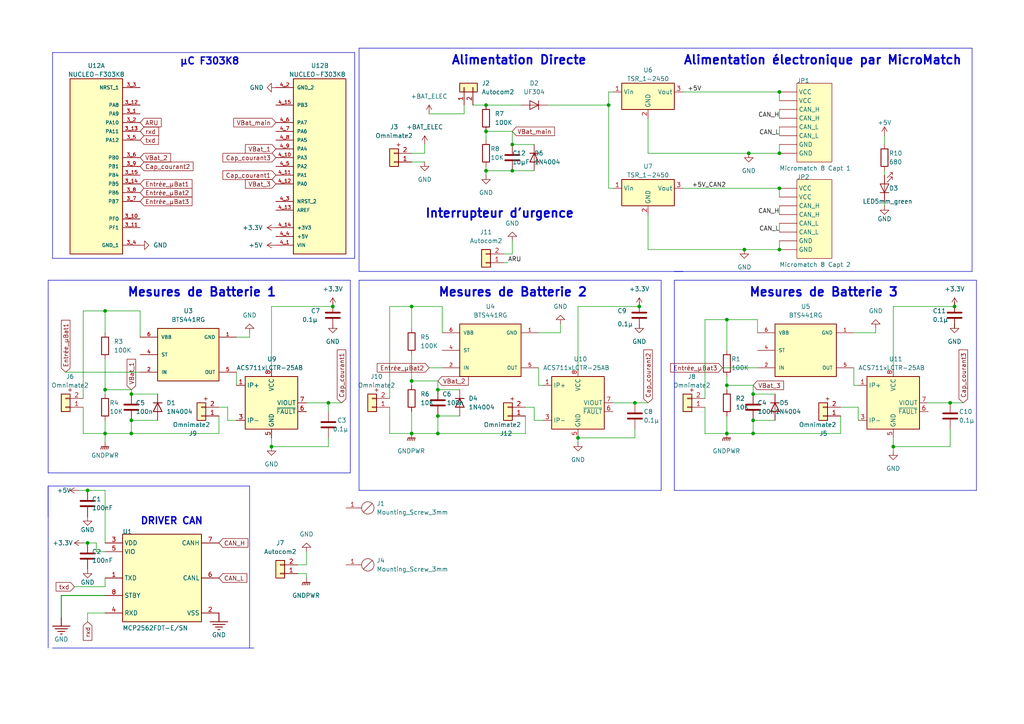
<source format=kicad_sch>
(kicad_sch (version 20230121) (generator eeschema)
  (paper "A4")
  (junction (at 127 125.73))
  (junction (at 30.48 125.73))
  (junction (at 38.1 114.3))
  (junction (at 140.97 38.1))
  (junction (at 119.38 88.9))
  (junction (at 78.74 129.54))
  (junction (at 148.59 41.91))
  (junction (at 25.4 142.24))
  (junction (at 30.48 90.17))
  (junction (at 210.82 92.71))
  (junction (at 140.97 49.53))
  (junction (at 167.64 127))
  (junction (at 218.44 125.73))
  (junction (at 38.1 125.73))
  (junction (at 210.82 125.73))
  (junction (at 176.53 30.48))
  (junction (at 119.38 125.73))
  (junction (at 218.44 121.92))
  (junction (at 215.9 72.39))
  (junction (at 119.38 110.49))
  (junction (at 259.08 129.54))
  (junction (at 184.15 116.84))
  (junction (at 276.86 88.9))
  (junction (at 226.06 26.67))
  (junction (at 275.59 116.84))
  (junction (at 96.52 88.9))
  (junction (at 217.17 44.45))
  (junction (at 210.82 111.76))
  (junction (at 25.4 157.48))
  (junction (at 185.42 88.9))
  (junction (at 226.06 54.61))
  (junction (at 140.97 30.48))
  (junction (at 127 120.65))
  (junction (at 30.48 113.03))
  (junction (at 95.25 116.84))
  (junction (at 127 113.03))
  (junction (at 226.06 72.39))
  (junction (at 218.44 114.3))
  (junction (at 38.1 121.92))
  (junction (at 148.59 49.53))
  (junction (at 226.06 44.45))
  (wire (pts (xy 95.25 119.38) (xy 95.25 116.84)))
  (polyline (pts (xy 13.97 140.97) (xy 13.97 187.96)))
  (wire (pts (xy 167.64 106.68) (xy 167.64 88.9)))
  (wire (pts (xy 210.82 92.71) (xy 210.82 101.6)))
  (wire (pts (xy 151.13 30.48) (xy 140.97 30.48)))
  (wire (pts (xy 127 120.65) (xy 127 125.73)))
  (wire (pts (xy 226.06 26.67) (xy 226.06 29.21)))
  (wire (pts (xy 256.54 39.37) (xy 256.54 41.91)))
  (wire (pts (xy 226.06 31.75) (xy 226.06 34.29)))
  (wire (pts (xy 119.38 46.99) (xy 123.19 46.99)))
  (polyline (pts (xy 13.97 140.97) (xy 13.97 149.86)))
  (wire (pts (xy 30.48 125.73) (xy 38.1 125.73)))
  (wire (pts (xy 38.1 125.73) (xy 63.5 125.73)))
  (wire (pts (xy 119.38 119.38) (xy 119.38 125.73)))
  (wire (pts (xy 119.38 110.49) (xy 119.38 111.76)))
  (wire (pts (xy 30.48 113.03) (xy 30.48 114.3)))
  (wire (pts (xy 124.46 33.02) (xy 134.62 33.02)))
  (wire (pts (xy 226.06 59.69) (xy 226.06 62.23)))
  (wire (pts (xy 210.82 109.22) (xy 210.82 111.76)))
  (wire (pts (xy 95.25 129.54) (xy 95.25 127)))
  (wire (pts (xy 30.48 125.73) (xy 30.48 128.27)))
  (wire (pts (xy 140.97 38.1) (xy 148.59 38.1)))
  (wire (pts (xy 176.53 54.61) (xy 177.8 54.61)))
  (wire (pts (xy 124.46 106.68) (xy 128.27 106.68)))
  (wire (pts (xy 218.44 125.73) (xy 243.84 125.73)))
  (wire (pts (xy 219.71 96.52) (xy 219.71 92.71)))
  (wire (pts (xy 30.48 121.92) (xy 30.48 125.73)))
  (wire (pts (xy 113.03 118.11) (xy 113.03 125.73)))
  (wire (pts (xy 17.78 179.07) (xy 17.78 172.72)) (stroke (width 0.254)))
  (wire (pts (xy 185.42 88.9) (xy 185.42 87.63)))
  (wire (pts (xy 96.52 88.9) (xy 96.52 87.63)))
  (wire (pts (xy 259.08 88.9) (xy 276.86 88.9)))
  (wire (pts (xy 167.64 88.9) (xy 185.42 88.9)))
  (wire (pts (xy 247.65 111.76) (xy 248.92 111.76)))
  (polyline (pts (xy 13.97 81.28) (xy 13.97 137.16)))
  (wire (pts (xy 226.06 54.61) (xy 226.06 57.15)))
  (wire (pts (xy 154.94 49.53) (xy 148.59 49.53)))
  (wire (pts (xy 226.06 64.77) (xy 226.06 67.31)))
  (polyline (pts (xy 72.39 140.97) (xy 13.97 140.97)))
  (wire (pts (xy 30.48 113.03) (xy 38.1 113.03)))
  (wire (pts (xy 184.15 127) (xy 167.64 127)))
  (wire (pts (xy 217.17 44.45) (xy 226.06 44.45)))
  (wire (pts (xy 63.5 120.65) (xy 63.5 125.73)))
  (polyline (pts (xy 104.14 13.97) (xy 104.14 78.74)))
  (wire (pts (xy 148.59 49.53) (xy 140.97 49.53)))
  (wire (pts (xy 276.86 93.98) (xy 276.86 95.25)))
  (wire (pts (xy 215.9 72.39) (xy 226.06 72.39)))
  (wire (pts (xy 154.94 118.11) (xy 154.94 121.92)))
  (wire (pts (xy 123.19 44.45) (xy 123.19 41.91)))
  (wire (pts (xy 30.48 170.18) (xy 30.48 167.64)))
  (wire (pts (xy 148.59 69.85) (xy 148.59 73.66)))
  (wire (pts (xy 133.35 113.03) (xy 127 113.03)))
  (wire (pts (xy 218.44 114.3) (xy 224.79 114.3)))
  (wire (pts (xy 127 125.73) (xy 119.38 125.73)))
  (wire (pts (xy 152.4 120.65) (xy 152.4 125.73)))
  (wire (pts (xy 27.94 160.02) (xy 30.48 160.02)))
  (wire (pts (xy 204.47 92.71) (xy 210.82 92.71)))
  (wire (pts (xy 158.75 30.48) (xy 176.53 30.48)))
  (wire (pts (xy 119.38 110.49) (xy 127 110.49)))
  (polyline (pts (xy 102.87 15.24) (xy 15.24 15.24)))
  (wire (pts (xy 156.21 106.68) (xy 156.21 111.76)))
  (wire (pts (xy 140.97 48.26) (xy 140.97 49.53)))
  (wire (pts (xy 185.42 93.98) (xy 185.42 95.25)))
  (wire (pts (xy 72.39 97.79) (xy 68.58 97.79)))
  (wire (pts (xy 40.64 90.17) (xy 40.64 97.79)))
  (wire (pts (xy 25.4 180.34) (xy 25.4 177.8)))
  (polyline (pts (xy 191.77 81.28) (xy 104.14 81.28)))
  (wire (pts (xy 24.13 157.48) (xy 25.4 157.48)))
  (wire (pts (xy 187.96 62.23) (xy 187.96 72.39)))
  (wire (pts (xy 187.96 116.84) (xy 184.15 116.84)))
  (polyline (pts (xy 15.24 15.24) (xy 15.24 74.93)))
  (wire (pts (xy 128.27 96.52) (xy 128.27 88.9)))
  (wire (pts (xy 72.39 96.52) (xy 72.39 97.79)))
  (wire (pts (xy 27.94 157.48) (xy 27.94 160.02)))
  (wire (pts (xy 226.06 36.83) (xy 226.06 39.37)))
  (wire (pts (xy 78.74 129.54) (xy 78.74 127)))
  (wire (pts (xy 86.36 166.37) (xy 88.9 166.37)))
  (wire (pts (xy 30.48 90.17) (xy 30.48 96.52)))
  (wire (pts (xy 256.54 49.53) (xy 256.54 50.8)))
  (wire (pts (xy 226.06 41.91) (xy 226.06 44.45)))
  (wire (pts (xy 68.58 107.95) (xy 68.58 111.76)))
  (wire (pts (xy 78.74 88.9) (xy 96.52 88.9)))
  (wire (pts (xy 40.64 107.95) (xy 19.05 107.95)))
  (polyline (pts (xy 283.21 81.28) (xy 283.21 142.24)))
  (wire (pts (xy 162.56 96.52) (xy 162.56 93.98)))
  (polyline (pts (xy 281.94 13.97) (xy 190.5 13.97)))
  (polyline (pts (xy 195.58 78.74) (xy 281.94 78.74)))
  (wire (pts (xy 259.08 129.54) (xy 259.08 127)))
  (wire (pts (xy 184.15 124.46) (xy 184.15 127)))
  (polyline (pts (xy 15.24 187.96) (xy 73.66 187.96)))
  (wire (pts (xy 210.82 125.73) (xy 218.44 125.73)))
  (wire (pts (xy 187.96 34.29) (xy 187.96 44.45)))
  (wire (pts (xy 128.27 88.9) (xy 119.38 88.9)))
  (wire (pts (xy 154.94 121.92) (xy 157.48 121.92)))
  (wire (pts (xy 243.84 120.65) (xy 243.84 125.73)))
  (wire (pts (xy 38.1 121.92) (xy 38.1 125.73)))
  (wire (pts (xy 218.44 121.92) (xy 224.79 121.92)))
  (polyline (pts (xy 195.58 81.28) (xy 195.58 142.24)))
  (wire (pts (xy 113.03 88.9) (xy 119.38 88.9)))
  (wire (pts (xy 256.54 59.69) (xy 256.54 58.42)))
  (wire (pts (xy 24.13 125.73) (xy 30.48 125.73)))
  (wire (pts (xy 113.03 125.73) (xy 119.38 125.73)))
  (wire (pts (xy 247.65 106.68) (xy 247.65 111.76)))
  (wire (pts (xy 78.74 129.54) (xy 95.25 129.54)))
  (wire (pts (xy 30.48 104.14) (xy 30.48 113.03)))
  (polyline (pts (xy 198.12 78.74) (xy 104.14 78.74)))
  (wire (pts (xy 219.71 92.71) (xy 210.82 92.71)))
  (wire (pts (xy 88.9 163.83) (xy 88.9 160.02)))
  (polyline (pts (xy 72.39 187.96) (xy 72.39 140.97)))
  (wire (pts (xy 146.05 73.66) (xy 148.59 73.66)))
  (wire (pts (xy 243.84 118.11) (xy 248.92 118.11)))
  (polyline (pts (xy 190.5 13.97) (xy 104.14 13.97)))
  (wire (pts (xy 25.4 157.48) (xy 27.94 157.48)))
  (wire (pts (xy 99.06 116.84) (xy 95.25 116.84)))
  (polyline (pts (xy 102.87 15.24) (xy 102.87 74.93)))
  (wire (pts (xy 210.82 120.65) (xy 210.82 125.73)))
  (wire (pts (xy 156.21 96.52) (xy 162.56 96.52)))
  (wire (pts (xy 226.06 69.85) (xy 226.06 72.39)))
  (wire (pts (xy 204.47 125.73) (xy 210.82 125.73)))
  (wire (pts (xy 127 125.73) (xy 152.4 125.73)))
  (polyline (pts (xy 283.21 142.24) (xy 195.58 142.24)))
  (wire (pts (xy 198.12 26.67) (xy 226.06 26.67)))
  (wire (pts (xy 218.44 121.92) (xy 218.44 125.73)))
  (polyline (pts (xy 191.77 142.24) (xy 104.14 142.24)))
  (wire (pts (xy 156.21 111.76) (xy 157.48 111.76)))
  (polyline (pts (xy 191.77 81.28) (xy 191.77 142.24)))
  (polyline (pts (xy 281.94 78.74) (xy 281.94 13.97)))
  (wire (pts (xy 198.12 54.61) (xy 226.06 54.61)))
  (wire (pts (xy 25.4 142.24) (xy 30.48 142.24)))
  (wire (pts (xy 119.38 44.45) (xy 123.19 44.45)))
  (wire (pts (xy 127 120.65) (xy 133.35 120.65)))
  (wire (pts (xy 140.97 30.48) (xy 137.16 30.48)))
  (wire (pts (xy 38.1 114.3) (xy 45.72 114.3)))
  (wire (pts (xy 276.86 88.9) (xy 276.86 87.63)))
  (wire (pts (xy 209.55 106.68) (xy 219.71 106.68)))
  (wire (pts (xy 254 96.52) (xy 254 95.25)))
  (wire (pts (xy 154.94 41.91) (xy 148.59 41.91)))
  (wire (pts (xy 21.59 170.18) (xy 30.48 170.18)))
  (wire (pts (xy 279.4 116.84) (xy 275.59 116.84)))
  (polyline (pts (xy 101.6 137.16) (xy 13.97 137.16)))
  (wire (pts (xy 275.59 129.54) (xy 259.08 129.54)))
  (wire (pts (xy 119.38 102.87) (xy 119.38 110.49)))
  (wire (pts (xy 152.4 118.11) (xy 154.94 118.11)))
  (wire (pts (xy 176.53 26.67) (xy 177.8 26.67)))
  (wire (pts (xy 63.5 118.11) (xy 66.04 118.11)))
  (polyline (pts (xy 283.21 81.28) (xy 195.58 81.28)))
  (wire (pts (xy 204.47 115.57) (xy 204.47 92.71)))
  (wire (pts (xy 22.86 142.24) (xy 25.4 142.24)))
  (wire (pts (xy 176.53 30.48) (xy 176.53 54.61)))
  (wire (pts (xy 24.13 118.11) (xy 24.13 125.73)))
  (wire (pts (xy 147.32 76.2) (xy 146.05 76.2)))
  (wire (pts (xy 95.25 116.84) (xy 88.9 116.84)))
  (wire (pts (xy 25.4 177.8) (xy 30.48 177.8)))
  (polyline (pts (xy 104.14 81.28) (xy 104.14 142.24)))
  (wire (pts (xy 134.62 30.48) (xy 134.62 33.02)))
  (wire (pts (xy 66.04 118.11) (xy 66.04 121.92)))
  (wire (pts (xy 113.03 88.9) (xy 113.03 115.57)))
  (wire (pts (xy 30.48 142.24) (xy 30.48 157.48)))
  (wire (pts (xy 140.97 38.1) (xy 140.97 40.64)))
  (polyline (pts (xy 102.87 74.93) (xy 15.24 74.93)))
  (wire (pts (xy 275.59 116.84) (xy 269.24 116.84)))
  (wire (pts (xy 204.47 118.11) (xy 204.47 125.73)))
  (wire (pts (xy 119.38 88.9) (xy 119.38 95.25)))
  (wire (pts (xy 24.13 90.17) (xy 30.48 90.17)))
  (wire (pts (xy 210.82 111.76) (xy 210.82 113.03)))
  (wire (pts (xy 24.13 115.57) (xy 24.13 90.17)))
  (wire (pts (xy 259.08 130.81) (xy 259.08 129.54)))
  (wire (pts (xy 38.1 113.03) (xy 38.1 114.3)))
  (wire (pts (xy 210.82 111.76) (xy 218.44 111.76)))
  (wire (pts (xy 176.53 30.48) (xy 176.53 26.67)))
  (wire (pts (xy 30.48 90.17) (xy 40.64 90.17)))
  (wire (pts (xy 275.59 124.46) (xy 275.59 129.54)))
  (wire (pts (xy 38.1 121.92) (xy 45.72 121.92)))
  (wire (pts (xy 167.64 128.27) (xy 167.64 127)))
  (wire (pts (xy 17.78 172.72) (xy 30.48 172.72)) (stroke (width 0.254)))
  (wire (pts (xy 184.15 116.84) (xy 177.8 116.84)))
  (wire (pts (xy 86.36 163.83) (xy 88.9 163.83)))
  (polyline (pts (xy 101.6 81.28) (xy 101.6 137.16)))
  (wire (pts (xy 259.08 106.68) (xy 259.08 88.9)))
  (wire (pts (xy 88.9 166.37) (xy 88.9 167.64)))
  (wire (pts (xy 218.44 111.76) (xy 218.44 114.3)))
  (polyline (pts (xy 101.6 81.28) (xy 13.97 81.28)))
  (wire (pts (xy 187.96 72.39) (xy 215.9 72.39)))
  (wire (pts (xy 127 110.49) (xy 127 113.03)))
  (wire (pts (xy 254 96.52) (xy 247.65 96.52)))
  (wire (pts (xy 140.97 49.53) (xy 140.97 50.8)))
  (wire (pts (xy 148.59 38.1) (xy 148.59 41.91)))
  (wire (pts (xy 248.92 118.11) (xy 248.92 121.92)))
  (wire (pts (xy 96.52 93.98) (xy 96.52 95.25)))
  (wire (pts (xy 78.74 106.68) (xy 78.74 88.9)))
  (wire (pts (xy 187.96 44.45) (xy 217.17 44.45)))
  (wire (pts (xy 66.04 121.92) (xy 68.58 121.92)))
  (text "DRIVER CAN\n" (at 40.64 152.4 0) (effects (font (size 2 2) (thickness 0.4) bold) (justify left bottom)))
  (text "Interrupteur d'urgence" (at 123.19 63.5 0) (effects (font (size 2.54 2.54) (thickness 0.508) bold) (justify left bottom)))
  (text "Mesures de Batterie 2" (at 127 86.36 0) (effects (font (size 2.54 2.54) (thickness 0.508) bold) (justify left bottom)))
  (text "Mesures de Batterie 3" (at 217.17 86.36 0) (effects (font (size 2.54 2.54) (thickness 0.508) bold) (justify left bottom)))
  (text "Mesures de Batterie 1" (at 36.83 86.36 0) (effects (font (size 2.54 2.54) (thickness 0.508) bold) (justify left bottom)))
  (text "µC F303K8\n" (at 52.07 19.05 0) (effects (font (size 2 2) (thickness 0.4) bold) (justify left bottom)))
  (text "Alimentation Directe" (at 130.81 19.05 0) (effects (font (size 2.54 2.54) (thickness 0.508) bold) (justify left bottom)))
  (text "Alimentation électronique par MicroMatch" (at 198.12 19.05 0) (effects (font (size 2.54 2.54) (thickness 0.508) bold) (justify left bottom)))
  (label "CAN_L" (at 226.06 67.31 180))
  (label "CAN_H" (at 226.06 62.23 180))
  (label "ARU" (at 147.32 76.2 0))
  (label "+5V_CAN2" (at 200.66 54.61 0))
  (label "CAN_L" (at 226.06 39.37 180))
  (label "CAN_H" (at 226.06 34.29 180))
  (label "+5V" (at 199.39 26.67 0))
  (global_label "txd" (shape input) (at 21.59 170.18 180) (property "Intersheetrefs" "${INTERSHEET_REFS}" (effects hide)))
  (global_label "Cap_courant2" (shape input) (at 187.96 116.84 90) (property "Intersheetrefs" "${INTERSHEET_REFS}" (effects hide)))
  (global_label "Entrée_µBat1" (shape input) (at 19.05 107.95 90) (property "Intersheetrefs" "${INTERSHEET_REFS}" (effects hide)))
  (global_label "Cap_courant3" (shape input) (at 279.4 116.84 90) (property "Intersheetrefs" "${INTERSHEET_REFS}" (effects hide)))
  (global_label "CAN_H" (shape input) (at 63.5 157.48 0) (property "Intersheetrefs" "${INTERSHEET_REFS}" (effects hide)))
  (global_label "ARU" (shape input) (at 40.64 35.56 0) (property "Intersheetrefs" "${INTERSHEET_REFS}" (effects hide)))
  (global_label "VBat_1" (shape input) (at 80.01 43.18 180) (property "Intersheetrefs" "${INTERSHEET_REFS}" (effects hide)))
  (global_label "VBat_main" (shape input) (at 80.01 35.56 180) (property "Intersheetrefs" "${INTERSHEET_REFS}" (effects hide)))
  (global_label "Entrée_µBat3" (shape input) (at 209.55 106.68 180) (property "Intersheetrefs" "${INTERSHEET_REFS}" (effects hide)))
  (global_label "Cap_courant1" (shape input) (at 80.01 50.8 180) (property "Intersheetrefs" "${INTERSHEET_REFS}" (effects hide)))
  (global_label "VBat_2" (shape input) (at 40.64 45.72 0) (property "Intersheetrefs" "${INTERSHEET_REFS}" (effects hide)))
  (global_label "Cap_courant3" (shape input) (at 80.01 45.72 180) (property "Intersheetrefs" "${INTERSHEET_REFS}" (effects hide)))
  (global_label "VBat_1" (shape input) (at 38.1 113.03 90) (property "Intersheetrefs" "${INTERSHEET_REFS}" (effects hide)))
  (global_label "VBat_main" (shape input) (at 148.59 38.1 0) (property "Intersheetrefs" "${INTERSHEET_REFS}" (effects hide)))
  (global_label "CAN_L" (shape input) (at 63.5 167.64 0) (property "Intersheetrefs" "${INTERSHEET_REFS}" (effects hide)))
  (global_label "VBat_2" (shape input) (at 127 110.49 0) (property "Intersheetrefs" "${INTERSHEET_REFS}" (effects hide)))
  (global_label "VBat_3" (shape input) (at 80.01 53.34 180) (property "Intersheetrefs" "${INTERSHEET_REFS}" (effects hide)))
  (global_label "Entrée_µBat1" (shape input) (at 40.64 53.34 0) (property "Intersheetrefs" "${INTERSHEET_REFS}" (effects hide)))
  (global_label "Entrée_µBat3" (shape input) (at 40.64 58.42 0) (property "Intersheetrefs" "${INTERSHEET_REFS}" (effects hide)))
  (global_label "rxd" (shape input) (at 25.4 180.34 270) (property "Intersheetrefs" "${INTERSHEET_REFS}" (effects hide)))
  (global_label "Entrée_µBat2" (shape input) (at 40.64 55.88 0) (property "Intersheetrefs" "${INTERSHEET_REFS}" (effects hide)))
  (global_label "VBat_3" (shape input) (at 218.44 111.76 0) (property "Intersheetrefs" "${INTERSHEET_REFS}" (effects hide)))
  (global_label "Entrée_µBat2" (shape input) (at 124.46 106.68 180) (property "Intersheetrefs" "${INTERSHEET_REFS}" (effects hide)))
  (global_label "Cap_courant2" (shape input) (at 40.64 48.26 0) (property "Intersheetrefs" "${INTERSHEET_REFS}" (effects hide)))
  (global_label "Cap_courant1" (shape input) (at 99.06 116.84 90) (property "Intersheetrefs" "${INTERSHEET_REFS}" (effects hide)))
  (global_label "txd" (shape input) (at 40.64 40.64 0) (property "Intersheetrefs" "${INTERSHEET_REFS}" (effects hide)))
  (global_label "rxd" (shape input) (at 40.64 38.1 0) (property "Intersheetrefs" "${INTERSHEET_REFS}" (effects hide)))
  (symbol (lib_id "power:+3.3V") (at 96.52 88.9 0) (unit 1)
    (property "Reference" "#PWR0123" (effects hide))
    (property "Value" "+3.3V" (at 96.52 83.82 0))
  )
  (symbol (lib_id "SymbGamelGe2_v6:Mounting_Screw_3mm") (at 105.41 163.83 0) (unit 1)
    (property "Reference" "J4" (at 109.22 162.5599 0) (effects (justify left)))
    (property "Value" "Mounting_Screw_3mm" (at 109.22 165.0999 0) (effects (justify left)))
    (property "Footprint" "FootprintGamelGe2_v6:Mounting_Screw_3mm" (effects hide))
  )
  (symbol (lib_id "WifiCAN-altium-import:0_Conn. - CAN") (at 226.06 29.21 0) (unit 1)
    (property "Reference" "JP1" (at 231.14 24.13 0) (effects (justify left bottom)))
    (property "Value" "Micromatch 8 Capt 1" (at 226.06 49.53 0) (effects (justify left bottom)))
    (property "Footprint" "MM 8 CMS F" (effects hide))
    (property "COMPONENTLINK1URL" "http://www.tycoelectronics.com/commerce/DocumentDelivery/DDEController?Action=srchrtrv&DocNm=215083&DocType=Customer+Drawing&DocLang=English" (effects hide))
    (property "COMPONENTLINK1DESCRIPTION" "Datasheet" (effects hide))
    (property "SUPPLIER 1" "Farnell" (effects hide))
    (property "SUPPLIER PART NUMBER 1" "3784733" (effects hide))
    (property "MANUFACTURER" "TE CONNECTIVITY / AMP" (effects hide))
    (property "MANUFACTURER PART NUMBER" "7-188275-8" (effects hide))
    (property "ROHS" "YES" (effects hide))
    (property "STOCK 1" "13392" (effects hide))
    (property "PRICING 1" "10=0,92, 250=0,72, 900=0,64 (EUR)" (effects hide))
    (property "SÉRIE" "Micro-MaTch" (effects hide))
    (property "PAS" "1.27" (effects hide))
    (property "NOMBRE DE RANGÉES" "1" (effects hide))
    (property "NOMBRE DE CONTACTS" "8" (effects hide))
    (property "GENRE" "Embase" (effects hide))
    (property "TERMINAISON DU CONTACT" "Montage en surface vertical" (effects hide))
    (property "PLAQUAGE DU CONTACT" "Tin" (effects hide))
    (property "MATÉRIAU DU CONTACT" "Bronze phosphoreux" (effects hide))
    (property "CONNECTOR TYPE" "Board to Board" (effects hide))
    (property "COURANT DE CONTACT" "1.5" (effects hide))
    (property "MATIÈRE, CONTACT" "Bronze phosphoreux" (effects hide))
    (property "MÉTHODE DE TERMINAISON" "Solder" (effects hide))
    (property "NOMBRE DE PÂLES" "8" (effects hide))
    (property "NOMBRE DE VOIES" "8" (effects hide))
    (property "NUMÉRO AWG MAX.." "28" (effects hide))
    (property "PLAQUAGE CONTACT" "Etain / Plomb" (effects hide))
    (property "RÉSISTANCE, CONTACT" "50" (effects hide))
    (property "TEMPÉRATURE DE FONCTIONNEMENT MAX.." "105" (effects hide))
    (property "TEMPÉRATURE D'UTILISATION MIN" "-40" (effects hide))
    (property "TENSION C.A." "230" (effects hide))
    (property "TYPE DE BOITIER" "Polyester chargé verre" (effects hide))
    (property "TYPE DE CONNECTEUR" "Carte-à-carte" (effects hide))
    (property "COMPONENTLINK2URL" "http://www.tycoelectronics.com/commerce/DocumentDelivery/DDEController?Action=srchrtrv&DocNm=7-188275-8&DocType=Customer+View+Model&DocLang=English" (effects hide))
    (property "COMPONENTLINK2DESCRIPTION" "http://www.tycoelectronics.com/commerce/DocumentDelivery/DDEController?Action=srchrtrv&DocNm=7-188275-8&DocType=Customer+View+Model&DocLang=English" (effects hide))
    (property "COMPONENTLINK3URL" "http://www.farnell.com/datasheets/102135.pdf" (effects hide))
    (property "COMPONENTLINK3DESCRIPTION" "http://www.farnell.com/datasheets/102135.pdf" (effects hide))
  )
  (symbol (lib_id "SymbGamelGe2_v6:UF304") (at 154.94 30.48 180) (unit 1)
    (property "Reference" "D2" (at 154.94 24.13 0))
    (property "Value" "UF304" (at 154.94 26.67 0))
    (property "Footprint" "FootprintGamelGe2_v6:D_DO-201AD_P15.24mm_Horizontal" (effects hide))
    (property "Datasheet" "https://www.vishay.com/docs/88756/uf5400.pdf" (effects hide))
  )
  (symbol (lib_id "power:+3.3V") (at 276.86 88.9 0) (unit 1)
    (property "Reference" "#PWR0132" (effects hide))
    (property "Value" "+3.3V" (at 276.86 83.82 0))
  )
  (symbol (lib_id "power:GND") (at 217.17 44.45 0) (unit 1)
    (property "Reference" "#PWR0114" (effects hide))
    (property "Value" "GND" (at 217.17 49.53 0))
  )
  (symbol (lib_id "SymbGamelGe2_v6:Autocom2") (at 140.97 76.2 180) (unit 1)
    (property "Reference" "J11" (at 140.97 67.31 0))
    (property "Value" "Autocom2" (at 140.97 69.85 0))
    (property "Footprint" "FootprintGamelGe2_v6:Autocom2" (effects hide))
  )
  (symbol (lib_id "SymbGamelGe2_v6:R") (at 210.82 116.84 0) (unit 1)
    (property "Reference" "R2" (at 213.36 115.57 0) (effects (justify left)))
    (property "Value" "10K" (at 213.36 118.11 0) (effects (justify left)))
    (property "Footprint" "Resistor_SMD:R_1206_3216Metric" (effects hide))
  )
  (symbol (lib_id "power:GNDPWR") (at 88.9 167.64 0) (unit 1)
    (property "Reference" "#PWR0126" (effects hide))
    (property "Value" "GNDPWR" (at 88.773 172.72 0))
  )
  (symbol (lib_id "power:+5V") (at 80.01 71.12 90) (unit 1)
    (property "Reference" "#PWR0106" (effects hide))
    (property "Value" "+5V" (at 76.2 71.1199 90) (effects (justify left)))
  )
  (symbol (lib_id "SymbGamelGe2_v6:LED5mm_green") (at 256.54 54.61 90) (unit 1)
    (property "Reference" "D3" (at 257.81 54.61 90) (effects (justify right)))
    (property "Value" "LED5mm_green" (at 250.19 58.42 90) (effects (justify right)))
    (property "Footprint" "FootprintGamelGe2_v6:LED_D5.0mm_green" (effects hide))
  )
  (symbol (lib_id "power:+3.3V") (at 24.13 157.48 90) (unit 1)
    (property "Reference" "#PWR02" (effects hide))
    (property "Value" "+3.3V" (at 15.24 157.48 90) (effects (justify right)))
  )
  (symbol (lib_id "SymbGamelGe2_v6:R") (at 30.48 118.11 0) (unit 1)
    (property "Reference" "R4" (at 31.75 116.84 0) (effects (justify left)))
    (property "Value" "10K" (at 31.75 119.38 0) (effects (justify left)))
    (property "Footprint" "Resistor_SMD:R_1206_3216Metric" (effects hide))
  )
  (symbol (lib_name "GND_2") (lib_id "power:GND") (at 148.59 69.85 180) (unit 1)
    (property "Reference" "#PWR09" (effects hide))
    (property "Value" "GND" (at 148.59 64.77 0))
  )
  (symbol (lib_id "Sensor_Current:ACS711xLCTR-25AB") (at 259.08 116.84 0) (unit 1)
    (property "Reference" "U11" (at 257.81 104.14 0) (effects (justify left)))
    (property "Value" "ACS711xLCTR-25AB" (at 248.92 106.68 0) (effects (justify left)))
    (property "Footprint" "Package_SO:SOIC-8_3.9x4.9mm_P1.27mm" (effects hide))
    (property "Datasheet" "http://www.allegromicro.com/~/Media/Files/Datasheets/ACS711-Datasheet.ashx" (effects hide))
  )
  (symbol (lib_id "SymbGamelGe2_v6:R") (at 256.54 45.72 0) (unit 1)
    (property "Reference" "R10" (at 257.81 44.45 0) (effects (justify left)))
    (property "Value" "680" (at 257.81 46.99 0) (effects (justify left)))
    (property "Footprint" "Resistor_SMD:R_1206_3216Metric" (effects hide))
  )
  (symbol (lib_name "GND_1") (lib_id "power:GND") (at 25.4 149.86 0) (unit 1)
    (property "Reference" "#PWR07" (effects hide))
    (property "Value" "GND" (at 25.4 153.67 0))
  )
  (symbol (lib_id "NUCLEO-F303K8:NUCLEO-F303K8") (at 92.71 48.26 180) (unit 2)
    (property "Reference" "U12" (at 90.17 19.05 0) (effects (justify right)))
    (property "Value" "NUCLEO-F303K8" (at 83.82 21.59 0) (effects (justify right)))
    (property "Footprint" "NUCLEO-F303K8:MODULE_NUCLEO-F303K8" (effects hide))
    (property "MF" "STMicroelectronics" (effects hide))
    (property "MAXIMUM_PACKAGE_HEIGHT" "N/A" (effects hide))
    (property "Package" "None" (effects hide))
    (property "Price" "None" (effects hide))
    (property "Check_prices" "https://www.snapeda.com/parts/NUCLEO-F303K8/STMicroelectronics/view-part/?ref=eda" (effects hide))
    (property "STANDARD" "Manufacturer Recommendations" (effects hide))
    (property "PARTREV" "5" (effects hide))
    (property "SnapEDA_Link" "https://www.snapeda.com/parts/NUCLEO-F303K8/STMicroelectronics/view-part/?ref=snap" (effects hide))
    (property "MP" "NUCLEO-F303K8" (effects hide))
    (property "Purchase-URL" "https://www.snapeda.com/api/url_track_click_mouser/?unipart_id=276791&manufacturer=STMicroelectronics&part_name=NUCLEO-F303K8&search_term=nucleo" (effects hide))
    (property "Description" "\nSTM32F303K8, mbed-Enabled Development Nucleo-32 STM32F3 ARM® Cortex®-M4 MCU 32-Bit Embedded Evaluation Board\n" (effects hide))
    (property "SNAPEDA_PN" "NUCLEO-F303K8" (effects hide))
    (property "Availability" "In Stock" (effects hide))
    (property "MANUFACTURER" "STMicroelectronics" (effects hide))
  )
  (symbol (lib_id "SymbGamelGe2_v6:R") (at 30.48 100.33 0) (unit 1)
    (property "Reference" "R3" (at 33.02 99.06 0) (effects (justify left)))
    (property "Value" "100K" (at 33.02 101.6 0) (effects (justify left)))
    (property "Footprint" "Resistor_SMD:R_1206_3216Metric" (effects hide))
  )
  (symbol (lib_id "power:GND") (at 123.19 46.99 0) (unit 1)
    (property "Reference" "#PWR0110" (effects hide))
    (property "Value" "GND" (at 123.19 52.07 0))
  )
  (symbol (lib_id "Regulator_Switching:TSR_1-2450") (at 187.96 29.21 0) (unit 1)
    (property "Reference" "U6" (at 187.96 20.32 0))
    (property "Value" "TSR_1-2450" (at 187.96 22.86 0))
    (property "Footprint" "Converter_DCDC:Converter_DCDC_TRACO_TSR-1_THT" (effects hide))
    (property "Datasheet" "http://www.tracopower.com/products/tsr1.pdf" (effects hide))
  )
  (symbol (lib_id "power:GND") (at 88.9 160.02 180) (unit 1)
    (property "Reference" "#PWR0113" (effects hide))
    (property "Value" "GND" (at 88.9 154.94 0))
  )
  (symbol (lib_id "SymbGamelGe2_v6:R") (at 210.82 105.41 0) (unit 1)
    (property "Reference" "R1" (at 212.09 104.14 0) (effects (justify left)))
    (property "Value" "100K" (at 212.09 106.68 0) (effects (justify left)))
    (property "Footprint" "Resistor_SMD:R_1206_3216Metric" (effects hide))
  )
  (symbol (lib_id "SymbGamelGe2_v6:R") (at 119.38 99.06 0) (unit 1)
    (property "Reference" "R5" (at 121.92 97.79 0) (effects (justify left)))
    (property "Value" "100K" (at 121.92 100.33 0) (effects (justify left)))
    (property "Footprint" "Resistor_SMD:R_1206_3216Metric" (effects hide))
  )
  (symbol (lib_name "GND_1") (lib_id "power:GND") (at 25.4 165.1 0) (unit 1)
    (property "Reference" "#PWR08" (effects hide))
    (property "Value" "GND" (at 25.4 168.91 0))
  )
  (symbol (lib_id "power:GND") (at 254 95.25 180) (unit 1)
    (property "Reference" "#PWR0118" (effects hide))
    (property "Value" "GND" (at 254 90.17 0))
  )
  (symbol (lib_id "BTS441RG:BTS441RG") (at 133.35 93.98 0) (unit 1)
    (property "Reference" "U4" (at 142.24 88.9 0))
    (property "Value" "BTS441RG" (at 142.24 91.44 0))
    (property "Footprint" "BTS441RG:TO170P1500X450-6_5N" (effects hide))
    (property "MF" "Infineon Technologies" (effects hide))
    (property "Description" "\nPower Switch/Driver 1:1 N-Channel 17A PG-TO263-5-2\n" (effects hide))
    (property "Package" "TO-263-5 Infineon" (effects hide))
    (property "Price" "None" (effects hide))
    (property "SnapEDA_Link" "https://www.snapeda.com/parts/BTS441RG/Infineon+Technologies/view-part/?ref=snap" (effects hide))
    (property "MP" "BTS441RG" (effects hide))
    (property "Purchase-URL" "https://www.snapeda.com/api/url_track_click_mouser/?unipart_id=292614&manufacturer=Infineon Technologies&part_name=BTS441RG&search_term=bts441" (effects hide))
    (property "Availability" "In Stock" (effects hide))
    (property "Check_prices" "https://www.snapeda.com/parts/BTS441RG/Infineon+Technologies/view-part/?ref=eda" (effects hide))
  )
  (symbol (lib_id "power:+BATT") (at 124.46 33.02 0) (unit 1)
    (property "Reference" "#PWR06" (effects hide))
    (property "Value" "+BAT_ELEC" (at 124.46 27.94 0))
  )
  (symbol (lib_id "SymbGamelGe2_v6:C") (at 148.59 45.72 0) (unit 1)
    (property "Reference" "C12" (at 148.59 44.45 0) (effects (justify left)))
    (property "Value" "10µF" (at 148.59 46.99 0) (effects (justify left)))
    (property "Footprint" "Capacitor_SMD:C_1206_3216Metric" (effects hide))
  )
  (symbol (lib_id "SymbGamelGe2_v6:C") (at 38.1 118.11 0) (unit 1)
    (property "Reference" "C5" (at 39.37 116.84 0) (effects (justify left)))
    (property "Value" "100n" (at 39.37 119.38 0) (effects (justify left)))
    (property "Footprint" "Capacitor_SMD:C_1206_3216Metric" (effects hide))
  )
  (symbol (lib_id "SymbGamelGe2_v6:Omnimate2") (at 107.95 115.57 0) (unit 1)
    (property "Reference" "J10" (at 109.22 109.22 0))
    (property "Value" "Omnimate2" (at 109.22 111.76 0))
    (property "Footprint" "FootprintGamelGe2_v6:OmnimateSL-5,08_1x02_P5.08mm_Vertical" (effects hide))
  )
  (symbol (lib_id "SymbGamelGe2_v6:C") (at 185.42 91.44 0) (unit 1)
    (property "Reference" "C9" (at 179.07 90.17 0) (effects (justify left)))
    (property "Value" "0.1µ" (at 179.07 93.98 0) (effects (justify left)))
    (property "Footprint" "Capacitor_SMD:C_1206_3216Metric" (effects hide))
  )
  (symbol (lib_id "SymbGamelGe2_v6:C") (at 218.44 118.11 0) (unit 1)
    (property "Reference" "C4" (at 219.71 116.84 0) (effects (justify left)))
    (property "Value" "100n" (at 219.71 119.38 0) (effects (justify left)))
    (property "Footprint" "Capacitor_SMD:C_1206_3216Metric" (effects hide))
  )
  (symbol (lib_id "SymbGamelGe2_v6:Autocom2") (at 81.28 166.37 180) (unit 1)
    (property "Reference" "J7" (at 81.28 157.48 0))
    (property "Value" "Autocom2" (at 81.28 160.02 0))
    (property "Footprint" "FootprintGamelGe2_v6:Autocom2" (effects hide))
  )
  (symbol (lib_id "Diode:1N4004") (at 224.79 118.11 270) (unit 1)
    (property "Reference" "D5" (at 226.06 116.84 90) (effects (justify left)))
    (property "Value" "1N4004" (at 224.79 119.38 90) (effects (justify left)))
    (property "Footprint" "Diode_SMD:D_1206_3216Metric" (effects hide))
    (property "Datasheet" "http://www.vishay.com/docs/88503/1n4001.pdf" (effects hide))
    (property "Sim.Device" "D" (effects hide))
    (property "Sim.Pins" "1=K 2=A" (effects hide))
  )
  (symbol (lib_id "power:GND") (at 96.52 93.98 0) (unit 1)
    (property "Reference" "#PWR0119" (effects hide))
    (property "Value" "GND" (at 96.52 99.06 0))
  )
  (symbol (lib_id "BTS441RG:BTS441RG") (at 45.72 95.25 0) (unit 1)
    (property "Reference" "U3" (at 54.61 90.17 0))
    (property "Value" "BTS441RG" (at 54.61 92.71 0))
    (property "Footprint" "BTS441RG:TO170P1500X450-6_5N" (effects hide))
    (property "MF" "Infineon Technologies" (effects hide))
    (property "Description" "\nPower Switch/Driver 1:1 N-Channel 17A PG-TO263-5-2\n" (effects hide))
    (property "Package" "TO-263-5 Infineon" (effects hide))
    (property "Price" "None" (effects hide))
    (property "SnapEDA_Link" "https://www.snapeda.com/parts/BTS441RG/Infineon+Technologies/view-part/?ref=snap" (effects hide))
    (property "MP" "BTS441RG" (effects hide))
    (property "Purchase-URL" "https://www.snapeda.com/api/url_track_click_mouser/?unipart_id=292614&manufacturer=Infineon Technologies&part_name=BTS441RG&search_term=bts441" (effects hide))
    (property "Availability" "In Stock" (effects hide))
    (property "Check_prices" "https://www.snapeda.com/parts/BTS441RG/Infineon+Technologies/view-part/?ref=eda" (effects hide))
  )
  (symbol (lib_id "power:+3.3V") (at 80.01 66.04 90) (unit 1)
    (property "Reference" "#PWR0140" (effects hide))
    (property "Value" "+3.3V" (at 76.2 66.0399 90) (effects (justify left)))
  )
  (symbol (lib_id "SymbGamelGe2_v6:Omnimate2") (at 147.32 118.11 0) (unit 1)
    (property "Reference" "J12" (at 148.59 125.73 0) (effects (justify right)))
    (property "Value" "Omnimate2" (at 151.13 123.19 0) (effects (justify right)))
    (property "Footprint" "FootprintGamelGe2_v6:OmnimateSL-5,08_1x02_P5.08mm_Vertical" (effects hide))
  )
  (symbol (lib_id "WifiCAN-altium-import:0_Conn. - CAN") (at 226.06 57.15 0) (unit 1)
    (property "Reference" "JP2" (at 231.14 52.07 0) (effects (justify left bottom)))
    (property "Value" "Micromatch 8 Capt 2" (at 226.06 77.47 0) (effects (justify left bottom)))
    (property "Footprint" "MM 8 CMS F" (effects hide))
    (property "COMPONENTLINK1URL" "http://www.tycoelectronics.com/commerce/DocumentDelivery/DDEController?Action=srchrtrv&DocNm=215083&DocType=Customer+Drawing&DocLang=English" (effects hide))
    (property "COMPONENTLINK1DESCRIPTION" "Datasheet" (effects hide))
    (property "SUPPLIER 1" "Farnell" (effects hide))
    (property "SUPPLIER PART NUMBER 1" "3784733" (effects hide))
    (property "MANUFACTURER" "TE CONNECTIVITY / AMP" (effects hide))
    (property "MANUFACTURER PART NUMBER" "7-188275-8" (effects hide))
    (property "ROHS" "YES" (effects hide))
    (property "STOCK 1" "13392" (effects hide))
    (property "PRICING 1" "10=0,92, 250=0,72, 900=0,64 (EUR)" (effects hide))
    (property "SÉRIE" "Micro-MaTch" (effects hide))
    (property "PAS" "1.27" (effects hide))
    (property "NOMBRE DE RANGÉES" "1" (effects hide))
    (property "NOMBRE DE CONTACTS" "8" (effects hide))
    (property "GENRE" "Embase" (effects hide))
    (property "TERMINAISON DU CONTACT" "Montage en surface vertical" (effects hide))
    (property "PLAQUAGE DU CONTACT" "Tin" (effects hide))
    (property "MATÉRIAU DU CONTACT" "Bronze phosphoreux" (effects hide))
    (property "CONNECTOR TYPE" "Board to Board" (effects hide))
    (property "COURANT DE CONTACT" "1.5" (effects hide))
    (property "MATIÈRE, CONTACT" "Bronze phosphoreux" (effects hide))
    (property "MÉTHODE DE TERMINAISON" "Solder" (effects hide))
    (property "NOMBRE DE PÂLES" "8" (effects hide))
    (property "NOMBRE DE VOIES" "8" (effects hide))
    (property "NUMÉRO AWG MAX.." "28" (effects hide))
    (property "PLAQUAGE CONTACT" "Etain / Plomb" (effects hide))
    (property "RÉSISTANCE, CONTACT" "50" (effects hide))
    (property "TEMPÉRATURE DE FONCTIONNEMENT MAX.." "105" (effects hide))
    (property "TEMPÉRATURE D'UTILISATION MIN" "-40" (effects hide))
    (property "TENSION C.A." "230" (effects hide))
    (property "TYPE DE BOITIER" "Polyester chargé verre" (effects hide))
    (property "TYPE DE CONNECTEUR" "Carte-à-carte" (effects hide))
    (property "COMPONENTLINK2URL" "http://www.tycoelectronics.com/commerce/DocumentDelivery/DDEController?Action=srchrtrv&DocNm=7-188275-8&DocType=Customer+View+Model&DocLang=English" (effects hide))
    (property "COMPONENTLINK2DESCRIPTION" "http://www.tycoelectronics.com/commerce/DocumentDelivery/DDEController?Action=srchrtrv&DocNm=7-188275-8&DocType=Customer+View+Model&DocLang=English" (effects hide))
    (property "COMPONENTLINK3URL" "http://www.farnell.com/datasheets/102135.pdf" (effects hide))
    (property "COMPONENTLINK3DESCRIPTION" "http://www.farnell.com/datasheets/102135.pdf" (effects hide))
  )
  (symbol (lib_id "Schéma Carte Commande-altium-import:GND") (at 63.5 177.8 0) (unit 1)
    (property "Reference" "#PWR04" (effects hide))
    (property "Value" "GND" (at 63.5 184.15 0))
  )
  (symbol (lib_id "Diode:1N4004") (at 133.35 116.84 270) (unit 1)
    (property "Reference" "D4" (at 135.89 115.57 90) (effects (justify left)))
    (property "Value" "1N4004" (at 135.89 118.11 90) (effects (justify left)))
    (property "Footprint" "Diode_SMD:D_1206_3216Metric" (effects hide))
    (property "Datasheet" "http://www.vishay.com/docs/88503/1n4001.pdf" (effects hide))
    (property "Sim.Device" "D" (effects hide))
    (property "Sim.Pins" "1=K 2=A" (effects hide))
  )
  (symbol (lib_id "Schéma Carte Commande-altium-import:0_fcb6c66e4429206983adab9201371df") (at 30.48 157.48 0) (unit 1)
    (property "Reference" "U1" (at 35.56 154.94 0) (effects (justify left bottom)))
    (property "Value" "MCP2562FDT-E/SN" (at 35.56 182.88 0) (effects (justify left bottom)))
    (property "WEIGHT" "0.019048oz" (effects hide))
    (property "PACKAGE QUANTITY" "3300" (effects hide))
    (property "CASE/PACKAGE" "SOIC" (effects hide))
    (property "OPERATING SUPPLY CURRENT" "70mA" (effects hide))
    (property "MOUNT" "Surface Mount" (effects hide))
    (property "DATA RATE" "8Mbps" (effects hide))
    (property "NUMBER OF TRANSCEIVERS" "1" (effects hide))
    (property "MAX OPERATING TEMPERATURE" "125°C" (effects hide))
    (property "MIN OPERATING TEMPERATURE" "-40°C" (effects hide))
    (property "RECEIVER HYSTERESIS" "200mV" (effects hide))
    (property "PACKAGING" "Tape and Reel" (effects hide))
    (property "MAX SUPPLY VOLTAGE" "5.5V" (effects hide))
    (property "NUMBER OF PINS" "8" (effects hide))
    (property "MIN SUPPLY VOLTAGE" "4.5V" (effects hide))
  )
  (symbol (lib_id "SymbGamelGe2_v6:C") (at 276.86 91.44 0) (unit 1)
    (property "Reference" "C11" (at 270.51 90.17 0) (effects (justify left)))
    (property "Value" "0.1µ" (at 270.51 92.71 0) (effects (justify left)))
    (property "Footprint" "Capacitor_SMD:C_1206_3216Metric" (effects hide))
  )
  (symbol (lib_id "Diode:1N4004") (at 45.72 118.11 270) (unit 1)
    (property "Reference" "D1" (at 48.26 116.84 90) (effects (justify left)))
    (property "Value" "1N4004" (at 48.26 119.38 90) (effects (justify left)))
    (property "Footprint" "Diode_SMD:D_1206_3216Metric" (effects hide))
    (property "Datasheet" "http://www.vishay.com/docs/88503/1n4001.pdf" (effects hide))
    (property "Sim.Device" "D" (effects hide))
    (property "Sim.Pins" "1=K 2=A" (effects hide))
  )
  (symbol (lib_id "Sensor_Current:ACS711xLCTR-25AB") (at 167.64 116.84 0) (unit 1)
    (property "Reference" "U10" (at 166.37 104.14 0) (effects (justify left)))
    (property "Value" "ACS711xLCTR-25AB" (at 157.48 106.68 0) (effects (justify left)))
    (property "Footprint" "Package_SO:SOIC-8_3.9x4.9mm_P1.27mm" (effects hide))
    (property "Datasheet" "http://www.allegromicro.com/~/Media/Files/Datasheets/ACS711-Datasheet.ashx" (effects hide))
  )
  (symbol (lib_id "SymbGamelGe2_v6:C") (at 96.52 91.44 0) (unit 1)
    (property "Reference" "C7" (at 90.17 90.17 0) (effects (justify left)))
    (property "Value" "0.1µ" (at 87.63 92.71 0) (effects (justify left)))
    (property "Footprint" "Capacitor_SMD:C_1206_3216Metric" (effects hide))
  )
  (symbol (lib_id "power:GND") (at 80.01 25.4 270) (unit 1)
    (property "Reference" "#PWR0139" (effects hide))
    (property "Value" "GND" (at 72.39 25.4 90) (effects (justify left)))
  )
  (symbol (lib_id "SymbGamelGe2_v6:C") (at 25.4 161.29 0) (unit 1)
    (property "Reference" "C2" (at 26.67 160.02 0) (effects (justify left)))
    (property "Value" "100nF" (at 26.67 162.56 0) (effects (justify left)))
    (property "Footprint" "Capacitor_SMD:C_1206_3216Metric" (effects hide))
  )
  (symbol (lib_id "power:GNDPWR") (at 119.38 125.73 0) (unit 1)
    (property "Reference" "#PWR0112" (effects hide))
    (property "Value" "GNDPWR" (at 119.253 130.81 0))
  )
  (symbol (lib_id "power:GND") (at 256.54 59.69 0) (unit 1)
    (property "Reference" "#PWR0111" (effects hide))
    (property "Value" "GND" (at 256.54 63.5 0))
  )
  (symbol (lib_id "SymbGamelGe2_v6:R") (at 119.38 115.57 0) (unit 1)
    (property "Reference" "R6" (at 121.92 114.3 0) (effects (justify left)))
    (property "Value" "10K" (at 121.92 116.84 0) (effects (justify left)))
    (property "Footprint" "Resistor_SMD:R_1206_3216Metric" (effects hide))
  )
  (symbol (lib_id "Regulator_Switching:TSR_1-2450") (at 187.96 57.15 0) (unit 1)
    (property "Reference" "U7" (at 187.96 48.26 0))
    (property "Value" "TSR_1-2450" (at 187.96 50.8 0))
    (property "Footprint" "Converter_DCDC:Converter_DCDC_TRACO_TSR-1_THT" (effects hide))
    (property "Datasheet" "http://www.tracopower.com/products/tsr1.pdf" (effects hide))
  )
  (symbol (lib_id "NUCLEO-F303K8:NUCLEO-F303K8") (at 27.94 48.26 0) (unit 1)
    (property "Reference" "U12" (at 27.94 19.05 0))
    (property "Value" "NUCLEO-F303K8" (at 27.94 21.59 0))
    (property "Footprint" "NUCLEO-F303K8:MODULE_NUCLEO-F303K8" (effects hide))
    (property "MF" "STMicroelectronics" (effects hide))
    (property "MAXIMUM_PACKAGE_HEIGHT" "N/A" (effects hide))
    (property "Package" "None" (effects hide))
    (property "Price" "None" (effects hide))
    (property "Check_prices" "https://www.snapeda.com/parts/NUCLEO-F303K8/STMicroelectronics/view-part/?ref=eda" (effects hide))
    (property "STANDARD" "Manufacturer Recommendations" (effects hide))
    (property "PARTREV" "5" (effects hide))
    (property "SnapEDA_Link" "https://www.snapeda.com/parts/NUCLEO-F303K8/STMicroelectronics/view-part/?ref=snap" (effects hide))
    (property "MP" "NUCLEO-F303K8" (effects hide))
    (property "Purchase-URL" "https://www.snapeda.com/api/url_track_click_mouser/?unipart_id=276791&manufacturer=STMicroelectronics&part_name=NUCLEO-F303K8&search_term=nucleo" (effects hide))
    (property "Description" "\nSTM32F303K8, mbed-Enabled Development Nucleo-32 STM32F3 ARM® Cortex®-M4 MCU 32-Bit Embedded Evaluation Board\n" (effects hide))
    (property "SNAPEDA_PN" "NUCLEO-F303K8" (effects hide))
    (property "Availability" "In Stock" (effects hide))
    (property "MANUFACTURER" "STMicroelectronics" (effects hide))
  )
  (symbol (lib_id "SymbGamelGe2_v6:Omnimate2") (at 238.76 118.11 0) (unit 1)
    (property "Reference" "J5" (at 240.03 125.73 0) (effects (justify right)))
    (property "Value" "Omnimate2" (at 242.57 123.19 0) (effects (justify right)))
    (property "Footprint" "FootprintGamelGe2_v6:OmnimateSL-5,08_1x02_P5.08mm_Vertical" (effects hide))
  )
  (symbol (lib_id "BTS441RG:BTS441RG") (at 224.79 93.98 0) (unit 1)
    (property "Reference" "U5" (at 233.68 88.9 0))
    (property "Value" "BTS441RG" (at 233.68 91.44 0))
    (property "Footprint" "BTS441RG:TO170P1500X450-6_5N" (effects hide))
    (property "MF" "Infineon Technologies" (effects hide))
    (property "Description" "\nPower Switch/Driver 1:1 N-Channel 17A PG-TO263-5-2\n" (effects hide))
    (property "Package" "TO-263-5 Infineon" (effects hide))
    (property "Price" "None" (effects hide))
    (property "SnapEDA_Link" "https://www.snapeda.com/parts/BTS441RG/Infineon+Technologies/view-part/?ref=snap" (effects hide))
    (property "MP" "BTS441RG" (effects hide))
    (property "Purchase-URL" "https://www.snapeda.com/api/url_track_click_mouser/?unipart_id=292614&manufacturer=Infineon Technologies&part_name=BTS441RG&search_term=bts441" (effects hide))
    (property "Availability" "In Stock" (effects hide))
    (property "Check_prices" "https://www.snapeda.com/parts/BTS441RG/Infineon+Technologies/view-part/?ref=eda" (effects hide))
  )
  (symbol (lib_id "power:GND") (at 185.42 93.98 0) (unit 1)
    (property "Reference" "#PWR0135" (effects hide))
    (property "Value" "GND" (at 185.42 99.06 0))
  )
  (symbol (lib_id "SymbGamelGe2_v6:C") (at 95.25 123.19 0) (unit 1)
    (property "Reference" "C3" (at 97.79 121.92 0) (effects (justify left)))
    (property "Value" "0.1µ" (at 96.52 124.46 0) (effects (justify left)))
    (property "Footprint" "Capacitor_SMD:C_1206_3216Metric" (effects hide))
  )
  (symbol (lib_id "power:GNDPWR") (at 30.48 128.27 0) (unit 1)
    (property "Reference" "#PWR0115" (effects hide))
    (property "Value" "GNDPWR" (at 30.48 132.08 0))
  )
  (symbol (lib_id "power:GND") (at 78.74 129.54 0) (unit 1)
    (property "Reference" "#PWR0127" (effects hide))
    (property "Value" "GND" (at 78.74 134.62 0))
  )
  (symbol (lib_id "SymbGamelGe2_v6:C") (at 275.59 120.65 0) (unit 1)
    (property "Reference" "C10" (at 278.13 119.38 0) (effects (justify left)))
    (property "Value" "0.1µ" (at 278.13 121.92 0) (effects (justify left)))
    (property "Footprint" "Capacitor_SMD:C_1206_3216Metric" (effects hide))
  )
  (symbol (lib_id "Diode:1N4004") (at 154.94 45.72 270) (unit 1)
    (property "Reference" "D6" (at 154.94 44.45 90) (effects (justify left)))
    (property "Value" "1N4004" (at 154.94 46.99 90) (effects (justify left)))
    (property "Footprint" "Diode_SMD:D_1206_3216Metric" (effects hide))
    (property "Datasheet" "http://www.vishay.com/docs/88503/1n4001.pdf" (effects hide))
    (property "Sim.Device" "D" (effects hide))
    (property "Sim.Pins" "1=K 2=A" (effects hide))
  )
  (symbol (lib_id "power:+3.3V") (at 185.42 88.9 0) (unit 1)
    (property "Reference" "#PWR0124" (effects hide))
    (property "Value" "+3.3V" (at 185.42 83.82 0))
  )
  (symbol (lib_id "power:+5V") (at 256.54 39.37 0) (unit 1)
    (property "Reference" "#PWR0108" (effects hide))
    (property "Value" "+5V" (at 256.54 35.56 0))
  )
  (symbol (lib_id "power:GND") (at 72.39 96.52 180) (unit 1)
    (property "Reference" "#PWR0117" (effects hide))
    (property "Value" "GND" (at 72.39 91.44 0))
  )
  (symbol (lib_id "SymbGamelGe2_v6:Mounting_Screw_3mm") (at 105.41 147.32 0) (unit 1)
    (property "Reference" "J1" (at 109.22 146.0499 0) (effects (justify left)))
    (property "Value" "Mounting_Screw_3mm" (at 109.22 148.5899 0) (effects (justify left)))
    (property "Footprint" "FootprintGamelGe2_v6:Mounting_Screw_3mm" (effects hide))
  )
  (symbol (lib_id "SymbGamelGe2_v6:Omnimate2") (at 19.05 115.57 0) (unit 1)
    (property "Reference" "J6" (at 20.32 109.22 0))
    (property "Value" "Omnimate2" (at 20.32 111.76 0))
    (property "Footprint" "FootprintGamelGe2_v6:OmnimateSL-5,08_1x02_P5.08mm_Vertical" (effects hide))
  )
  (symbol (lib_id "power:GND") (at 140.97 50.8 0) (unit 1)
    (property "Reference" "#PWR0141" (effects hide))
    (property "Value" "GND" (at 140.97 55.88 0))
  )
  (symbol (lib_id "SymbGamelGe2_v6:C") (at 127 116.84 0) (unit 1)
    (property "Reference" "C6" (at 128.27 114.3 0) (effects (justify left)))
    (property "Value" "100n" (at 129.54 116.84 0) (effects (justify left)))
    (property "Footprint" "Capacitor_SMD:C_1206_3216Metric" (effects hide))
  )
  (symbol (lib_id "SymbGamelGe2_v6:Omnimate2") (at 199.39 115.57 0) (unit 1)
    (property "Reference" "J8" (at 200.66 109.22 0))
    (property "Value" "Omnimate2" (at 200.66 111.76 0))
    (property "Footprint" "FootprintGamelGe2_v6:OmnimateSL-5,08_1x02_P5.08mm_Vertical" (effects hide))
  )
  (symbol (lib_id "SymbGamelGe2_v6:C") (at 25.4 146.05 0) (unit 1)
    (property "Reference" "C1" (at 26.67 144.78 0) (effects (justify left)))
    (property "Value" "100nF" (at 26.67 147.32 0) (effects (justify left)))
    (property "Footprint" "Capacitor_SMD:C_1206_3216Metric" (effects hide))
  )
  (symbol (lib_id "power:GND") (at 259.08 130.81 0) (unit 1)
    (property "Reference" "#PWR0129" (effects hide))
    (property "Value" "GND" (at 259.08 135.89 0))
  )
  (symbol (lib_id "SymbGamelGe2_v6:Autocom2") (at 134.62 25.4 90) (unit 1)
    (property "Reference" "J2" (at 139.7 24.13 90) (effects (justify right)))
    (property "Value" "Autocom2" (at 139.7 26.67 90) (effects (justify right)))
    (property "Footprint" "FootprintGamelGe2_v6:Autocom2" (effects hide))
  )
  (symbol (lib_id "power:GND") (at 276.86 93.98 0) (unit 1)
    (property "Reference" "#PWR0134" (effects hide))
    (property "Value" "GND" (at 276.86 99.06 0))
  )
  (symbol (lib_id "power:+BATT") (at 123.19 41.91 0) (unit 1)
    (property "Reference" "#PWR05" (effects hide))
    (property "Value" "+BAT_ELEC" (at 123.19 36.83 0))
  )
  (symbol (lib_id "SymbGamelGe2_v6:Omnimate2") (at 58.42 118.11 0) (unit 1)
    (property "Reference" "J9" (at 57.15 125.73 0) (effects (justify right)))
    (property "Value" "Omnimate2" (at 60.96 123.19 0) (effects (justify right)))
    (property "Footprint" "FootprintGamelGe2_v6:OmnimateSL-5,08_1x02_P5.08mm_Vertical" (effects hide))
  )
  (symbol (lib_id "SymbGamelGe2_v6:C") (at 184.15 120.65 0) (unit 1)
    (property "Reference" "C8" (at 186.69 119.38 0) (effects (justify left)))
    (property "Value" "0.1µ" (at 186.69 121.92 0) (effects (justify left)))
    (property "Footprint" "Capacitor_SMD:C_1206_3216Metric" (effects hide))
  )
  (symbol (lib_id "power:+5V") (at 22.86 142.24 90) (unit 1)
    (property "Reference" "#PWR03" (effects hide))
    (property "Value" "+5V" (at 16.51 142.24 90) (effects (justify right)))
  )
  (symbol (lib_id "SymbGamelGe2_v6:R") (at 140.97 44.45 0) (unit 1)
    (property "Reference" "R8" (at 142.24 43.18 0) (effects (justify left)))
    (property "Value" "10K" (at 142.24 45.72 0) (effects (justify left)))
    (property "Footprint" "Resistor_SMD:R_1206_3216Metric" (effects hide))
  )
  (symbol (lib_id "power:GND") (at 162.56 93.98 180) (unit 1)
    (property "Reference" "#PWR0121" (effects hide))
    (property "Value" "GND" (at 162.56 88.9 0))
  )
  (symbol (lib_id "Sensor_Current:ACS711xLCTR-25AB") (at 78.74 116.84 0) (unit 1)
    (property "Reference" "U9" (at 77.47 104.14 0) (effects (justify left)))
    (property "Value" "ACS711xLCTR-25AB" (at 68.58 106.68 0) (effects (justify left)))
    (property "Footprint" "Package_SO:SOIC-8_3.9x4.9mm_P1.27mm" (effects hide))
    (property "Datasheet" "http://www.allegromicro.com/~/Media/Files/Datasheets/ACS711-Datasheet.ashx" (effects hide))
  )
  (symbol (lib_id "power:GND") (at 215.9 72.39 0) (unit 1)
    (property "Reference" "#PWR0116" (effects hide))
    (property "Value" "GND" (at 215.9 77.47 0))
  )
  (symbol (lib_id "Schéma Carte Commande-altium-import:GND") (at 17.78 179.07 0) (unit 1)
    (property "Reference" "#PWR01" (effects hide))
    (property "Value" "GND" (at 17.78 185.42 0))
  )
  (symbol (lib_id "SymbGamelGe2_v6:Omnimate2") (at 114.3 44.45 0) (unit 1)
    (property "Reference" "J3" (at 114.3 36.83 0))
    (property "Value" "Omnimate2" (at 114.3 39.37 0))
    (property "Footprint" "FootprintGamelGe2_v6:OmnimateSL-5,08_1x02_P5.08mm_Vertical" (effects hide))
  )
  (symbol (lib_id "power:GNDPWR") (at 210.82 125.73 0) (unit 1)
    (property "Reference" "#PWR0120" (effects hide))
    (property "Value" "GNDPWR" (at 210.693 130.81 0))
  )
  (symbol (lib_id "power:GND") (at 167.64 128.27 0) (unit 1)
    (property "Reference" "#PWR0137" (effects hide))
    (property "Value" "GND" (at 167.64 133.35 0))
  )
  (symbol (lib_id "power:GND") (at 40.64 71.12 90) (unit 1)
    (property "Reference" "#PWR0138" (effects hide))
    (property "Value" "GND" (at 44.45 71.1199 90) (effects (justify right)))
  )
  (symbol (lib_id "SymbGamelGe2_v6:R") (at 140.97 34.29 0) (unit 1)
    (property "Reference" "R7" (at 143.51 33.02 0) (effects (justify left)))
    (property "Value" "100K" (at 143.51 35.56 0) (effects (justify left)))
    (property "Footprint" "Resistor_SMD:R_1206_3216Metric" (effects hide))
  )
)
</source>
